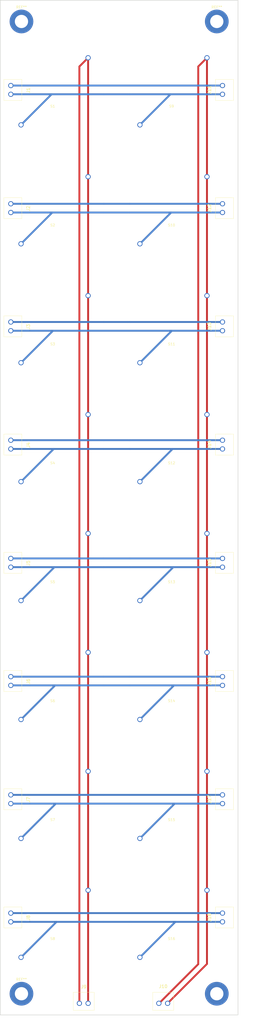
<source format=kicad_pcb>
(kicad_pcb (version 20211014) (generator pcbnew)
  (layers (0 "F.Cu" signal) (31 "B.Cu" signal) (34 "B.Paste" user) (35 "F.Paste" user) (36 "B.SilkS" user "B.Silkscreen") (37 "F.SilkS" user "F.Silkscreen") (38 "B.Mask" user) (39 "F.Mask" user) (44 "Edge.Cuts" user))
  (net 0 "")
  (net 1 "Net-(J1-Pad1)")
  (net 2 "Net-(J1-Pad2)")
  (net 3 "Net-(J12-Pad2)")
  (net 4 "Net-(J13-Pad2)")
  (net 5 "Net-(J14-Pad2)")
  (net 6 "Net-(J15-Pad2)")
  (net 7 "Net-(J16-Pad2)")
  (net 8 "Net-(J17-Pad1)")
  (net 9 "Net-(J17-Pad2)")
  (net 10 "Net-(J10-Pad1)")
  (net 11 "Net-(J18-Pad1)")
  (net 12 "Net-(J12-Pad1)")
  (net 13 "Net-(J13-Pad1)")
  (net 14 "Net-(J14-Pad1)")
  (net 15 "Net-(J15-Pad1)")
  (net 16 "Net-(J16-Pad1)")
  (net 17 "Net-(J18-Pad2)")
  (net 18 "Net-(J9-Pad1)")
  (footprint "OQ0212500000G:OQ0212500000G" (layer "F.Cu") (at 113.3244 248.680512 -90)
    (fp_text reference "J15" (at 1.7526 5.2324 -90) (layer "F.SilkS") (effects (font (size 1.27 1.27) (thickness 0.254))))
    (fp_text value "OQ0212500000G" hide)
    (fp_line (start -2.45 -4.4) (end 5.95 -4.4) (layer "F.SilkS") (width 0.1))
    (fp_line (start 5.95 2.8) (end -2.45 2.8) (layer "F.SilkS") (width 0.1))
    (fp_line (start 5.95 -4.4) (end 5.95 2.8) (layer "F.SilkS") (width 0.1))
    (fp_line (start -2.45 2.8) (end -2.45 -4.4) (layer "F.SilkS") (width 0.1))
    (pad "1" thru_hole circle (at 0 0 270) (size 2.1 2.1) (drill 1.4) (layers F&B.Cu *.Mask) (net 15 "Net-(J15-Pad1)"))
    (pad "2" thru_hole circle (at 3.5 0 270) (size 2.1 2.1) (drill 1.4) (layers F&B.Cu *.Mask) (net 6 "Net-(J15-Pad2)"))
  )
  (footprint "OQ0212500000G:OQ0212500000G" (layer "F.Cu") (at 28.5242 59.2836 -90)
    (fp_text reference "J1" (at 1.905 -7.0104 90) (layer "F.SilkS") (effects (font (size 1.27 1.27) (thickness 0.254))))
    (fp_text value "OQ0212500000G" hide)
    (fp_line (start -2.45 2.8) (end -2.45 -4.4) (layer "F.SilkS") (width 0.1))
    (fp_line (start -2.45 -4.4) (end 5.95 -4.4) (layer "F.SilkS") (width 0.1))
    (fp_line (start 5.95 2.8) (end -2.45 2.8) (layer "F.SilkS") (width 0.1))
    (fp_line (start 5.95 -4.4) (end 5.95 2.8) (layer "F.SilkS") (width 0.1))
    (pad "1" thru_hole circle (at 0 0 270) (size 2.1 2.1) (drill 1.4) (layers *.Cu *.Mask) (net 1 "Net-(J1-Pad1)"))
    (pad "2" thru_hole circle (at 3.5 0 270) (size 2.1 2.1) (drill 1.4) (layers *.Cu *.Mask) (net 2 "Net-(J1-Pad2)"))
  )
  (footprint "GP560_V03:GP560_V03" (layer "F.Cu") (at 32.61 170.2986)
    (fp_text reference "S3" (at 12.6746 -7.4676 unlocked) (layer "F.SilkS"))
    (fp_text value "GP560_V03")
    (pad "1" thru_hole circle (at 26.87 -26.87) (size 2.1 2.1) (drill 1.4) (layers *.Cu *.Mask) (net 18 "Net-(J9-Pad1)"))
    (pad "2" thru_hole circle (at 0 0) (size 2.1 2.1) (drill 1.4) (layers *.Cu *.Mask) (net 4 "Net-(J13-Pad2)"))
  )
  (footprint "GP560_V03:GP560_V03" (layer "F.Cu") (at 80.24 360.8186)
    (fp_text reference "S15" (at 12.6746 -7.4676 unlocked) (layer "F.SilkS"))
    (fp_text value "GP560_V03")
    (pad "1" thru_hole circle (at 26.87 -26.87) (size 2.1 2.1) (drill 1.4) (layers *.Cu *.Mask) (net 10 "Net-(J10-Pad1)"))
    (pad "2" thru_hole circle (at 0 0) (size 2.1 2.1) (drill 1.4) (layers *.Cu *.Mask) (net 9 "Net-(J17-Pad2)"))
  )
  (footprint "GP560_V03:GP560_V03" (layer "F.Cu") (at 80.24 122.6686)
    (fp_text reference "S10" (at 12.6746 -7.4676 unlocked) (layer "F.SilkS"))
    (fp_text value "GP560_V03")
    (pad "1" thru_hole circle (at 26.87 -26.87) (size 2.1 2.1) (drill 1.4) (layers *.Cu *.Mask) (net 10 "Net-(J10-Pad1)"))
    (pad "2" thru_hole circle (at 0 0) (size 2.1 2.1) (drill 1.4) (layers *.Cu *.Mask) (net 3 "Net-(J12-Pad2)"))
  )
  (footprint "MountingHole:MountingHole_5.3mm_M5_ISO7380_Pad" (layer "F.Cu") (at 111.0424 33.6206)
    (fp_text reference "REF**" (at 0 -5.75) (layer "F.SilkS"))
    (fp_text value "MountingHole_5.3mm_M5_ISO7380_Pad" hide)
    (pad "1" thru_hole circle (at 0 0) (size 9.5 9.5) (drill 5.3) (layers F&B.Cu *.Mask))
  )
  (footprint "GP560_V03:GP560_V03" (layer "F.Cu") (at 32.61 408.4486)
    (fp_text reference "S8" (at 12.6746 -7.4676 unlocked) (layer "F.SilkS"))
    (fp_text value "GP560_V03")
    (pad "1" thru_hole circle (at 26.87 -26.87) (size 2.1 2.1) (drill 1.4) (layers *.Cu *.Mask) (net 18 "Net-(J9-Pad1)"))
    (pad "2" thru_hole circle (at 0 0) (size 2.1 2.1) (drill 1.4) (layers *.Cu *.Mask) (net 17 "Net-(J18-Pad2)"))
  )
  (footprint "OQ0212500000G:OQ0212500000G" (layer "F.Cu") (at 113.3244 153.982056 -90)
    (fp_text reference "J13" (at 1.7526 5.2324 -90) (layer "F.SilkS") (effects (font (size 1.27 1.27) (thickness 0.254))))
    (fp_text value "OQ0212500000G" hide)
    (fp_line (start -2.45 -4.4) (end 5.95 -4.4) (layer "F.SilkS") (width 0.1))
    (fp_line (start 5.95 -4.4) (end 5.95 2.8) (layer "F.SilkS") (width 0.1))
    (fp_line (start 5.95 2.8) (end -2.45 2.8) (layer "F.SilkS") (width 0.1))
    (fp_line (start -2.45 2.8) (end -2.45 -4.4) (layer "F.SilkS") (width 0.1))
    (pad "1" thru_hole circle (at 0 0 270) (size 2.1 2.1) (drill 1.4) (layers F&B.Cu *.Mask) (net 13 "Net-(J13-Pad1)"))
    (pad "2" thru_hole circle (at 3.5 0 270) (size 2.1 2.1) (drill 1.4) (layers F&B.Cu *.Mask) (net 4 "Net-(J13-Pad2)"))
  )
  (footprint "" (layer "F.Cu") (at 111.0424 423.0206)
    (fp_text reference "" (at 0 0) (layer "F.SilkS") (effects (font (size 1.27 1.27))))
    (fp_text value "" (at 0 0) (layer "F.SilkS") (effects (font (size 1.27 1.27))))
    (pad "1" thru_hole circle (at 0 0) (size 9.5 9.5) (drill 5.3) (layers F&B.Cu *.Mask))
  )
  (footprint "OQ0212500000G:OQ0212500000G" (layer "F.Cu") (at 113.3244 390.7282 -90)
    (fp_text reference "J18" (at 1.7526 5.2324 -90) (layer "F.SilkS") (effects (font (size 1.27 1.27) (thickness 0.254))))
    (fp_text value "OQ0212500000G" hide)
    (fp_line (start 5.95 -4.4) (end 5.95 2.8) (layer "F.SilkS") (width 0.1))
    (fp_line (start 5.95 2.8) (end -2.45 2.8) (layer "F.SilkS") (width 0.1))
    (fp_line (start -2.45 2.8) (end -2.45 -4.4) (layer "F.SilkS") (width 0.1))
    (fp_line (start -2.45 -4.4) (end 5.95 -4.4) (layer "F.SilkS") (width 0.1))
    (pad "1" thru_hole circle (at 0 0 270) (size 2.1 2.1) (drill 1.4) (layers F&B.Cu *.Mask) (net 11 "Net-(J18-Pad1)"))
    (pad "2" thru_hole circle (at 3.5 0 270) (size 2.1 2.1) (drill 1.4) (layers F&B.Cu *.Mask) (net 17 "Net-(J18-Pad2)"))
  )
  (footprint "MountingHole:MountingHole_5.3mm_M5_ISO7380_Pad" (layer "F.Cu") (at 32.7824 33.6206)
    (fp_text reference "REF**" (at 0 -5.75) (layer "F.SilkS"))
    (fp_text value "MountingHole_5.3mm_M5_ISO7380_Pad" hide)
    (pad "1" thru_hole circle (at 0 0) (size 9.5 9.5) (drill 5.3) (layers F&B.Cu *.Mask))
  )
  (footprint "OQ0212500000G:OQ0212500000G" (layer "F.Cu") (at 113.3244 59.2836 -90)
    (fp_text reference "J11" (at 1.7526 5.2324 -90) (layer "F.SilkS") (effects (font (size 1.27 1.27) (thickness 0.254))))
    (fp_text value "OQ0212500000G" hide)
    (fp_line (start 5.95 -4.4) (end 5.95 2.8) (layer "F.SilkS") (width 0.1))
    (fp_line (start -2.45 -4.4) (end 5.95 -4.4) (layer "F.SilkS") (width 0.1))
    (fp_line (start 5.95 2.8) (end -2.45 2.8) (layer "F.SilkS") (width 0.1))
    (fp_line (start -2.45 2.8) (end -2.45 -4.4) (layer "F.SilkS") (width 0.1))
    (pad "1" thru_hole circle (at 0 0 270) (size 2.1 2.1) (drill 1.4) (layers F&B.Cu *.Mask) (net 1 "Net-(J1-Pad1)"))
    (pad "2" thru_hole circle (at 3.5 0 270) (size 2.1 2.1) (drill 1.4) (layers F&B.Cu *.Mask) (net 2 "Net-(J1-Pad2)"))
  )
  (footprint "GP560_V03:GP560_V03" (layer "F.Cu") (at 80.24 313.1886)
    (fp_text reference "S14" (at 12.6746 -7.4676 unlocked) (layer "F.SilkS"))
    (fp_text value "GP560_V03")
    (pad "1" thru_hole circle (at 26.87 -26.87) (size 2.1 2.1) (drill 1.4) (layers *.Cu *.Mask) (net 10 "Net-(J10-Pad1)"))
    (pad "2" thru_hole circle (at 0 0) (size 2.1 2.1) (drill 1.4) (layers *.Cu *.Mask) (net 7 "Net-(J16-Pad2)"))
  )
  (footprint "GP560_V03:GP560_V03" (layer "F.Cu") (at 32.61 122.6686)
    (fp_text reference "S2" (at 12.6746 -7.4676 unlocked) (layer "F.SilkS"))
    (fp_text value "GP560_V03")
    (pad "1" thru_hole circle (at 26.87 -26.87) (size 2.1 2.1) (drill 1.4) (layers *.Cu *.Mask) (net 18 "Net-(J9-Pad1)"))
    (pad "2" thru_hole circle (at 0 0) (size 2.1 2.1) (drill 1.4) (layers *.Cu *.Mask) (net 3 "Net-(J12-Pad2)"))
  )
  (footprint "OQ0212500000G:OQ0212500000G" (layer "F.Cu") (at 28.5242 248.680512 -90)
    (fp_text reference "J5" (at 1.905 -7.0104 90) (layer "F.SilkS") (effects (font (size 1.27 1.27) (thickness 0.254))))
    (fp_text value "OQ0212500000G" hide)
    (fp_line (start 5.95 2.8) (end -2.45 2.8) (layer "F.SilkS") (width 0.1))
    (fp_line (start -2.45 -4.4) (end 5.95 -4.4) (layer "F.SilkS") (width 0.1))
    (fp_line (start 5.95 -4.4) (end 5.95 2.8) (layer "F.SilkS") (width 0.1))
    (fp_line (start -2.45 2.8) (end -2.45 -4.4) (layer "F.SilkS") (width 0.1))
    (pad "1" thru_hole circle (at 0 0 270) (size 2.1 2.1) (drill 1.4) (layers *.Cu *.Mask) (net 15 "Net-(J15-Pad1)"))
    (pad "2" thru_hole circle (at 3.5 0 270) (size 2.1 2.1) (drill 1.4) (layers *.Cu *.Mask) (net 6 "Net-(J15-Pad2)"))
  )
  (footprint "OQ0212500000G:OQ0212500000G" (layer "F.Cu") (at 113.3244 343.378968 -90)
    (fp_text reference "J17" (at 1.7526 5.2324 -90) (layer "F.SilkS") (effects (font (size 1.27 1.27) (thickness 0.254))))
    (fp_text value "OQ0212500000G" hide)
    (fp_line (start 5.95 2.8) (end -2.45 2.8) (layer "F.SilkS") (width 0.1))
    (fp_line (start -2.45 -4.4) (end 5.95 -4.4) (layer "F.SilkS") (width 0.1))
    (fp_line (start -2.45 2.8) (end -2.45 -4.4) (layer "F.SilkS") (width 0.1))
    (fp_line (start 5.95 -4.4) (end 5.95 2.8) (layer "F.SilkS") (width 0.1))
    (pad "1" thru_hole circle (at 0 0 270) (size 2.1 2.1) (drill 1.4) (layers F&B.Cu *.Mask) (net 8 "Net-(J17-Pad1)"))
    (pad "2" thru_hole circle (at 3.5 0 270) (size 2.1 2.1) (drill 1.4) (layers F&B.Cu *.Mask) (net 9 "Net-(J17-Pad2)"))
  )
  (footprint "GP560_V03:GP560_V03" (layer "F.Cu") (at 32.61 265.5586)
    (fp_text reference "S5" (at 12.6746 -7.4676 unlocked) (layer "F.SilkS"))
    (fp_text value "GP560_V03")
    (pad "1" thru_hole circle (at 26.87 -26.87) (size 2.1 2.1) (drill 1.4) (layers *.Cu *.Mask) (net 18 "Net-(J9-Pad1)"))
    (pad "2" thru_hole circle (at 0 0) (size 2.1 2.1) (drill 1.4) (layers *.Cu *.Mask) (net 6 "Net-(J15-Pad2)"))
  )
  (footprint "MountingHole:MountingHole_5.3mm_M5_ISO7380_Pad" (layer "F.Cu") (at 32.7824 423.0206)
    (fp_text reference "REF**" (at 0 -5.75) (layer "F.SilkS"))
    (fp_text value "MountingHole_5.3mm_M5_ISO7380_Pad" hide)
    (pad "1" thru_hole circle (at 0 0) (size 9.5 9.5) (drill 5.3) (layers *.Cu *.Mask))
  )
  (footprint "OQ0212500000G:OQ0212500000G" (layer "F.Cu") (at 28.5242 390.7282 -90)
    (fp_text reference "J8" (at 1.905 -7.0104 90) (layer "F.SilkS") (effects (font (size 1.27 1.27) (thickness 0.254))))
    (fp_text value "OQ0212500000G" hide)
    (fp_line (start 5.95 -4.4) (end 5.95 2.8) (layer "F.SilkS") (width 0.1))
    (fp_line (start 5.95 2.8) (end -2.45 2.8) (layer "F.SilkS") (width 0.1))
    (fp_line (start -2.45 -4.4) (end 5.95 -4.4) (layer "F.SilkS") (width 0.1))
    (fp_line (start -2.45 2.8) (end -2.45 -4.4) (layer "F.SilkS") (width 0.1))
    (pad "1" thru_hole circle (at 0 0 270) (size 2.1 2.1) (drill 1.4) (layers *.Cu *.Mask) (net 11 "Net-(J18-Pad1)"))
    (pad "2" thru_hole circle (at 3.5 0 270) (size 2.1 2.1) (drill 1.4) (layers *.Cu *.Mask) (net 17 "Net-(J18-Pad2)"))
  )
  (footprint "GP560_V03:GP560_V03" (layer "F.Cu") (at 80.24 170.2986)
    (fp_text reference "S11" (at 12.6746 -7.4676 unlocked) (layer "F.SilkS"))
    (fp_text value "GP560_V03")
    (pad "1" thru_hole circle (at 26.87 -26.87) (size 2.1 2.1) (drill 1.4) (layers *.Cu *.Mask) (net 10 "Net-(J10-Pad1)"))
    (pad "2" thru_hole circle (at 0 0) (size 2.1 2.1) (drill 1.4) (layers *.Cu *.Mask) (net 4 "Net-(J13-Pad2)"))
  )
  (footprint "GP560_V03:GP560_V03" (layer "F.Cu") (at 32.61 217.9286)
    (fp_text reference "S4" (at 12.6746 -7.4676 unlocked) (layer "F.SilkS"))
    (fp_text value "GP560_V03")
    (pad "1" thru_hole circle (at 26.87 -26.87) (size 2.1 2.1) (drill 1.4) (layers *.Cu *.Mask) (net 18 "Net-(J9-Pad1)"))
    (pad "2" thru_hole circle (at 0 0) (size 2.1 2.1) (drill 1.4) (layers *.Cu *.Mask) (net 5 "Net-(J14-Pad2)"))
  )
  (footprint "OQ0212500000G:OQ0212500000G" (layer "F.Cu") (at 87.8356 426.8596)
    (fp_text reference "J10" (at 1.7526 -6.769) (layer "F.SilkS") (effects (font (size 1.27 1.27) (thickness 0.254))))
    (fp_text value "OQ0212500000G" hide)
    (fp_line (start -2.45 -4.4) (end 5.95 -4.4) (layer "F.SilkS") (width 0.1))
    (fp_line (start 5.95 -4.4) (end 5.95 2.8) (layer "F.SilkS") (width 0.1))
    (fp_line (start 5.95 2.8) (end -2.45 2.8) (layer "F.SilkS") (width 0.1))
    (fp_line (start -2.45 2.8) (end -2.45 -4.4) (layer "F.SilkS") (width 0.1))
    (pad "1" thru_hole circle (at 0 0) (size 2.1 2.1) (drill 1.4) (layers *.Cu *.Mask) (net 10 "Net-(J10-Pad1)"))
    (pad "2" thru_hole circle (at 3.5 0) (size 2.1 2.1) (drill 1.4) (layers *.Cu *.Mask) (net 10 "Net-(J10-Pad1)"))
  )
  (footprint "OQ0212500000G:OQ0212500000G" (layer "F.Cu") (at 28.5242 153.982056 -90)
    (fp_text reference "J3" (at 1.905 -7.0104 90) (layer "F.SilkS") (effects (font (size 1.27 1.27) (thickness 0.254))))
    (fp_text value "OQ0212500000G" hide)
    (fp_line (start 5.95 -4.4) (end 5.95 2.8) (layer "F.SilkS") (width 0.1))
    (fp_line (start -2.45 2.8) (end -2.45 -4.4) (layer "F.SilkS") (width 0.1))
    (fp_line (start 5.95 2.8) (end -2.45 2.8) (layer "F.SilkS") (width 0.1))
    (fp_line (start -2.45 -4.4) (end 5.95 -4.4) (layer "F.SilkS") (width 0.1))
    (pad "1" thru_hole circle (at 0 0 270) (size 2.1 2.1) (drill 1.4) (layers *.Cu *.Mask) (net 13 "Net-(J13-Pad1)"))
    (pad "2" thru_hole circle (at 3.5 0 270) (size 2.1 2.1) (drill 1.4) (layers *.Cu *.Mask) (net 4 "Net-(J13-Pad2)"))
  )
  (footprint "OQ0212500000G:OQ0212500000G" (layer "F.Cu") (at 28.5242 343.378968 -90)
    (fp_text reference "J7" (at 1.905 -7.0104 90) (layer "F.SilkS") (effects (font (size 1.27 1.27) (thickness 0.254))))
    (fp_text value "OQ0212500000G" hide)
    (fp_line (start -2.45 -4.4) (end 5.95 -4.4) (layer "F.SilkS") (width 0.1))
    (fp_line (start 5.95 2.8) (end -2.45 2.8) (layer "F.SilkS") (width 0.1))
    (fp_line (start -2.45 2.8) (end -2.45 -4.4) (layer "F.SilkS") (width 0.1))
    (fp_line (start 5.95 -4.4) (end 5.95 2.8) (layer "F.SilkS") (width 0.1))
    (pad "1" thru_hole circle (at 0 0 270) (size 2.1 2.1) (drill 1.4) (layers *.Cu *.Mask) (net 8 "Net-(J17-Pad1)"))
    (pad "2" thru_hole circle (at 3.5 0 270) (size 2.1 2.1) (drill 1.4) (layers *.Cu *.Mask) (net 9 "Net-(J17-Pad2)"))
  )
  (footprint "OQ0212500000G:OQ0212500000G" (layer "F.Cu") (at 113.3244 296.02974 -90)
    (fp_text reference "J16" (at 1.7526 5.2324 -90) (layer "F.SilkS") (effects (font (size 1.27 1.27) (thickness 0.254))))
    (fp_text value "OQ0212500000G" hide)
    (fp_line (start 5.95 -4.4) (end 5.95 2.8) (layer "F.SilkS") (width 0.1))
    (fp_line (start -2.45 2.8) (end -2.45 -4.4) (layer "F.SilkS") (width 0.1))
    (fp_line (start -2.45 -4.4) (end 5.95 -4.4) (layer "F.SilkS") (width 0.1))
    (fp_line (start 5.95 2.8) (end -2.45 2.8) (layer "F.SilkS") (width 0.1))
    (pad "1" thru_hole circle (at 0 0 270) (size 2.1 2.1) (drill 1.4) (layers F&B.Cu *.Mask) (net 16 "Net-(J16-Pad1)"))
    (pad "2" thru_hole circle (at 3.5 0 270) (size 2.1 2.1) (drill 1.4) (layers F&B.Cu *.Mask) (net 7 "Net-(J16-Pad2)"))
  )
  (footprint "OQ0212500000G:OQ0212500000G" (layer "F.Cu") (at 28.5242 106.632828 -90)
    (fp_text reference "J2" (at 1.905 -7.0104 90) (layer "F.SilkS") (effects (font (size 1.27 1.27) (thickness 0.254))))
    (fp_text value "OQ0212500000G" hide)
    (fp_line (start -2.45 -4.4) (end 5.95 -4.4) (layer "F.SilkS") (width 0.1))
    (fp_line (start 5.95 2.8) (end -2.45 2.8) (layer "F.SilkS") (width 0.1))
    (fp_line (start 5.95 -4.4) (end 5.95 2.8) (layer "F.SilkS") (width 0.1))
    (fp_line (start -2.45 2.8) (end -2.45 -4.4) (layer "F.SilkS") (width 0.1))
    (pad "1" thru_hole circle (at 0 0 270) (size 2.1 2.1) (drill 1.4) (layers *.Cu *.Mask) (net 12 "Net-(J12-Pad1)"))
    (pad "2" thru_hole circle (at 3.5 0 270) (size 2.1 2.1) (drill 1.4) (layers *.Cu *.Mask) (net 3 "Net-(J12-Pad2)"))
  )
  (footprint "GP560_V03:GP560_V03" (layer "F.Cu") (at 32.61 313.1886)
    (fp_text reference "S6" (at 12.6746 -7.4676 unlocked) (layer "F.SilkS"))
    (fp_text value "GP560_V03")
    (pad "1" thru_hole circle (at 26.87 -26.87) (size 2.1 2.1) (drill 1.4) (layers *.Cu *.Mask) (net 18 "Net-(J9-Pad1)"))
    (pad "2" thru_hole circle (at 0 0) (size 2.1 2.1) (drill 1.4) (layers *.Cu *.Mask) (net 7 "Net-(J16-Pad2)"))
  )
  (footprint "GP560_V03:GP560_V03" (layer "F.Cu") (at 32.61 75.0386)
    (fp_text reference "S1" (at 12.6746 -7.4676 unlocked) (layer "F.SilkS"))
    (fp_text value "GP560_V03")
    (pad "1" thru_hole circle (at 26.87 -26.87) (size 2.1 2.1) (drill 1.4) (layers *.Cu *.Mask) (net 18 "Net-(J9-Pad1)"))
    (pad "2" thru_hole circle (at 0 0) (size 2.1 2.1) (drill 1.4) (layers *.Cu *.Mask) (net 2 "Net-(J1-Pad2)"))
  )
  (footprint "GP560_V03:GP560_V03" (layer "F.Cu") (at 80.24 75.0386)
    (fp_text reference "S9" (at 12.6746 -7.4676 unlocked) (layer "F.SilkS"))
    (fp_text value "GP560_V03")
    (pad "1" thru_hole circle (at 26.87 -26.87) (size 2.1 2.1) (drill 1.4) (layers *.Cu *.Mask) (net 10 "Net-(J10-Pad1)"))
    (pad "2" thru_hole circle (at 0 0) (size 2.1 2.1) (drill 1.4) (layers *.Cu *.Mask) (net 2 "Net-(J1-Pad2)"))
  )
  (footprint "OQ0212500000G:OQ0212500000G" (layer "F.Cu") (at 28.5242 296.02974 -90)
    (fp_text reference "J6" (at 1.905 -7.0104 90) (layer "F.SilkS") (effects (font (size 1.27 1.27) (thickness 0.254))))
    (fp_text value "OQ0212500000G" hide)
    (fp_line (start 5.95 2.8) (end -2.45 2.8) (layer "F.SilkS") (width 0.1))
    (fp_line (start -2.45 -4.4) (end 5.95 -4.4) (layer "F.SilkS") (width 0.1))
    (fp_line (start 5.95 -4.4) (end 5.95 2.8) (layer "F.SilkS") (width 0.1))
    (fp_line (start -2.45 2.8) (end -2.45 -4.4) (layer "F.SilkS") (width 0.1))
    (pad "1" thru_hole circle (at 0 0 270) (size 2.1 2.1) (drill 1.4) (layers *.Cu *.Mask) (net 16 "Net-(J16-Pad1)"))
    (pad "2" thru_hole circle (at 3.5 0 270) (size 2.1 2.1) (drill 1.4) (layers *.Cu *.Mask) (net 7 "Net-(J16-Pad2)"))
  )
  (footprint "GP560_V03:GP560_V03" (layer "F.Cu") (at 32.61 360.8186)
    (fp_text reference "S7" (at 12.6746 -7.4676 unlocked) (layer "F.SilkS"))
    (fp_text value "GP560_V03")
    (pad "1" thru_hole circle (at 26.87 -26.87) (size 2.1 2.1) (drill 1.4) (layers *.Cu *.Mask) (net 18 "Net-(J9-Pad1)"))
    (pad "2" thru_hole circle (at 0 0) (size 2.1 2.1) (drill 1.4) (layers *.Cu *.Mask) (net 9 "Net-(J17-Pad2)"))
  )
  (footprint "OQ0212500000G:OQ0212500000G" (layer "F.Cu") (at 55.9892 426.8596)
    (fp_text reference "J9" (at 1.75 -6.5912) (layer "F.SilkS") (effects (font (size 1.27 1.27) (thickness 0.254))))
    (fp_text value "OQ0212500000G" hide)
    (fp_line (start -2.45 -4.4) (end 5.95 -4.4) (layer "F.SilkS") (width 0.1))
    (fp_line (start -2.45 2.8) (end -2.45 -4.4) (layer "F.SilkS") (width 0.1))
    (fp_line (start 5.95 -4.4) (end 5.95 2.8) (layer "F.SilkS") (width 0.1))
    (fp_line (start 5.95 2.8) (end -2.45 2.8) (layer "F.SilkS") (width 0.1))
    (pad "1" thru_hole circle (at 0 0) (size 2.1 2.1) (drill 1.4) (layers *.Cu *.Mask) (net 18 "Net-(J9-Pad1)"))
    (pad "2" thru_hole circle (at 3.5 0) (size 2.1 2.1) (drill 1.4) (layers *.Cu *.Mask) (net 18 "Net-(J9-Pad1)"))
  )
  (footprint "OQ0212500000G:OQ0212500000G" (layer "F.Cu") (at 113.3244 106.632828 -90)
    (fp_text reference "J12" (at 1.7526 5.2324 -90) (layer "F.SilkS") (effects (font (size 1.27 1.27) (thickness 0.254))))
    (fp_text value "OQ0212500000G" hide)
    (fp_line (start 5.95 2.8) (end -2.45 2.8) (layer "F.SilkS") (width 0.1))
    (fp_line (start -2.45 -4.4) (end 5.95 -4.4) (layer "F.SilkS") (width 0.1))
    (fp_line (start -2.45 2.8) (end -2.45 -4.4) (layer "F.SilkS") (width 0.1))
    (fp_line (start 5.95 -4.4) (end 5.95 2.8) (layer "F.SilkS") (width 0.1))
    (pad "1" thru_hole circle (at 0 0 270) (size 2.1 2.1) (drill 1.4) (layers F&B.Cu *.Mask) (net 12 "Net-(J12-Pad1)"))
    (pad "2" thru_hole circle (at 3.5 0 270) (size 2.1 2.1) (drill 1.4) (layers F&B.Cu *.Mask) (net 3 "Net-(J12-Pad2)"))
  )
  (footprint "OQ0212500000G:OQ0212500000G" (layer "F.Cu") (at 113.3244 201.331284 -90)
    (fp_text reference "J14" (at 1.7526 5.2324 -90) (layer "F.SilkS") (effects (font (size 1.27 1.27) (thickness 0.254))))
    (fp_text value "OQ0212500000G" hide)
    (fp_line (start -2.45 2.8) (end -2.45 -4.4) (layer "F.SilkS") (width 0.1))
    (fp_line (start 5.95 -4.4) (end 5.95 2.8) (layer "F.SilkS") (width 0.1))
    (fp_line (start -2.45 -4.4) (end 5.95 -4.4) (layer "F.SilkS") (width 0.1))
    (fp_line (start 5.95 2.8) (end -2.45 2.8) (layer "F.SilkS") (width 0.1))
    (pad "1" thru_hole circle (at 0 0 270) (size 2.1 2.1) (drill 1.4) (layers F&B.Cu *.Mask) (net 14 "Net-(J14-Pad1)"))
    (pad "2" thru_hole circle (at 3.5 0 270) (size 2.1 2.1) (drill 1.4) (layers F&B.Cu *.Mask) (net 5 "Net-(J14-Pad2)"))
  )
  (footprint "GP560_V03:GP560_V03" (layer "F.Cu") (at 80.24 265.5586)
    (fp_text reference "S13" (at 12.6746 -7.4676 unlocked) (layer "F.SilkS"))
    (fp_text value "GP560_V03")
    (pad "1" thru_hole circle (at 26.87 -26.87) (size 2.1 2.1) (drill 1.4) (layers *.Cu *.Mask) (net 10 "Net-(J10-Pad1)"))
    (pad "2" thru_hole circle (at 0 0) (size 2.1 2.1) (drill 1.4) (layers *.Cu *.Mask) (net 6 "Net-(J15-Pad2)"))
  )
  (footprint "GP560_V03:GP560_V03" (layer "F.Cu") (at 80.24 408.4486)
    (fp_text reference "S16" (at 12.6746 -7.4676 unlocked) (layer "F.SilkS"))
    (fp_text value "GP560_V03")
    (pad "1" thru_hole circle (at 26.87 -26.87) (size 2.1 2.1) (drill 1.4) (layers *.Cu *.Mask) (net 10 "Net-(J10-Pad1)"))
    (pad "2" thru_hole circle (at 0 0) (size 2.1 2.1) (drill 1.4) (layers *.Cu *.Mask) (net 17 "Net-(J18-Pad2)"))
  )
  (footprint "OQ0212500000G:OQ0212500000G" (layer "F.Cu") (at 28.5242 201.331284 -90)
    (fp_text reference "J4" (at 1.905 -7.0104 90) (layer "F.SilkS") (effects (font (size 1.27 1.27) (thickness 0.254))))
    (fp_text value "OQ0212500000G" hide)
    (fp_line (start 5.95 2.8) (end -2.45 2.8) (layer "F.SilkS") (width 0.1))
    (fp_line (start -2.45 2.8) (end -2.45 -4.4) (layer "F.SilkS") (width 0.1))
    (fp_line (start 5.95 -4.4) (end 5.95 2.8) (layer "F.SilkS") (width 0.1))
    (fp_line (start -2.45 -4.4) (end 5.95 -4.4) (layer "F.SilkS") (width 0.1))
    (pad "1" thru_hole circle (at 0 0 270) (size 2.1 2.1) (drill 1.4) (layers *.Cu *.Mask) (net 14 "Net-(J14-Pad1)"))
    (pad "2" thru_hole circle (at 3.5 0 270) (size 2.1 2.1) (drill 1.4) (layers *.Cu *.Mask) (net 5 "Net-(J14-Pad2)"))
  )
  (footprint "GP560_V03:GP560_V03" (layer "F.Cu") (at 80.24 217.9286)
    (fp_text reference "S12" (at 12.6746 -7.4676 unlocked) (layer "F.SilkS"))
    (fp_text value "GP560_V03")
    (pad "1" thru_hole circle (at 26.87 -26.87) (size 2.1 2.1) (drill 1.4) (layers *.Cu *.Mask) (net 10 "Net-(J10-Pad1)"))
    (pad "2" thru_hole circle (at 0 0) (size 2.1 2.1) (drill 1.4) (layers *.Cu *.Mask) (net 5 "Net-(J14-Pad2)"))
  )
  (gr_rect (start 24.2824 431.5206) (end 119.5424 25.1206) (layer "Edge.Cuts") (width 0.2) (fill none))
  (segment (start 65.6944 59.2836) (end 28.5242 59.2836) (width 0.762) (layer "B.Cu") (net 1))
  (segment (start 113.3244 59.2836) (end 76.1542 59.2836) (width 0.762) (layer "B.Cu") (net 1))
  (segment (start 65.6944 59.2836) (end 76.1542 59.2836) (width 0.762) (layer "B.Cu") (net 1))
  (segment (start 44.865 62.7836) (end 44.9378 62.7836) (width 0.762) (layer "B.Cu") (net 2))
  (segment (start 80.24 75.0386) (end 92.495 62.7836) (width 0.762) (layer "B.Cu") (net 2))
  (segment (start 44.9378 62.7836) (end 65.6944 62.7836) (width 0.762) (layer "B.Cu") (net 2))
  (segment (start 92.5678 62.7836) (end 113.3244 62.7836) (width 0.762) (layer "B.Cu") (net 2))
  (segment (start 28.5242 62.7836) (end 44.9378 62.7836) (width 0.762) (layer "B.Cu") (net 2))
  (segment (start 32.61 75.0386) (end 44.865 62.7836) (width 0.762) (layer "B.Cu") (net 2))
  (segment (start 76.1542 62.7836) (end 65.6944 62.7836) (width 0.762) (layer "B.Cu") (net 2))
  (segment (start 76.1542 62.7836) (end 92.5678 62.7836) (width 0.762) (layer "B.Cu") (net 2))
  (segment (start 92.495 62.7836) (end 92.5678 62.7836) (width 0.762) (layer "B.Cu") (net 2))
  (segment (start 92.775772 110.132828) (end 92.843572 110.132828) (width 0.762) (layer "B.Cu") (net 3))
  (segment (start 113.3244 110.132828) (end 92.843572 110.132828) (width 0.762) (layer "B.Cu") (net 3))
  (segment (start 65.6944 110.132828) (end 45.213572 110.132828) (width 0.762) (layer "B.Cu") (net 3))
  (segment (start 45.213572 110.132828) (end 28.5242 110.132828) (width 0.762) (layer "B.Cu") (net 3))
  (segment (start 76.1542 110.132828) (end 65.6944 110.132828) (width 0.762) (layer "B.Cu") (net 3))
  (segment (start 32.61 122.6686) (end 45.145772 110.132828) (width 0.762) (layer "B.Cu") (net 3))
  (segment (start 45.145772 110.132828) (end 45.213572 110.132828) (width 0.762) (layer "B.Cu") (net 3))
  (segment (start 80.24 122.6686) (end 92.775772 110.132828) (width 0.762) (layer "B.Cu") (net 3))
  (segment (start 92.843572 110.132828) (end 76.1542 110.132828) (width 0.762) (layer "B.Cu") (net 3))
  (segment (start 65.6944 157.482056) (end 45.489344 157.482056) (width 0.762) (layer "B.Cu") (net 4))
  (segment (start 113.3244 157.482056) (end 93.119344 157.482056) (width 0.762) (layer "B.Cu") (net 4))
  (segment (start 93.056544 157.482056) (end 93.119344 157.482056) (width 0.762) (layer "B.Cu") (net 4))
  (segment (start 45.489344 157.482056) (end 28.5242 157.482056) (width 0.762) (layer "B.Cu") (net 4))
  (segment (start 80.24 170.2986) (end 93.056544 157.482056) (width 0.762) (layer "B.Cu") (net 4))
  (segment (start 93.119344 157.482056) (end 76.1542 157.482056) (width 0.762) (layer "B.Cu") (net 4))
  (segment (start 32.61 170.2986) (end 45.426544 157.482056) (width 0.762) (layer "B.Cu") (net 4))
  (segment (start 65.6944 157.482056) (end 76.1542 157.482056) (width 0.762) (layer "B.Cu") (net 4))
  (segment (start 45.426544 157.482056) (end 45.489344 157.482056) (width 0.762) (layer "B.Cu") (net 4))
  (segment (start 113.3244 204.831284) (end 93.254084 204.831284) (width 0.762) (layer "B.Cu") (net 5))
  (segment (start 32.61 217.9286) (end 45.624084 204.914516) (width 0.762) (layer "B.Cu") (net 5))
  (segment (start 80.24 217.9286) (end 93.254084 204.914516) (width 0.762) (layer "B.Cu") (net 5))
  (segment (start 65.6944 204.831284) (end 45.624084 204.831284) (width 0.762) (layer "B.Cu") (net 5))
  (segment (start 45.624084 204.831284) (end 28.5242 204.831284) (width 0.762) (layer "B.Cu") (net 5))
  (segment (start 45.624084 204.914516) (end 45.624084 204.831284) (width 0.762) (layer "B.Cu") (net 5))
  (segment (start 93.254084 204.914516) (end 93.254084 204.831284) (width 0.762) (layer "B.Cu") (net 5))
  (segment (start 93.254084 204.831284) (end 76.1542 204.831284) (width 0.762) (layer "B.Cu") (net 5))
  (segment (start 76.1542 204.831284) (end 65.6944 204.831284) (width 0.762) (layer "B.Cu") (net 5))
  (segment (start 93.620088 252.180512) (end 76.1542 252.180512) (width 0.762) (layer "B.Cu") (net 6))
  (segment (start 45.988088 252.180512) (end 45.990088 252.180512) (width 0.762) (layer "B.Cu") (net 6))
  (segment (start 80.24 265.5586) (end 93.618088 252.180512) (width 0.762) (layer "B.Cu") (net 6))
  (segment (start 45.990088 252.180512) (end 28.5242 252.180512) (width 0.762) (layer "B.Cu") (net 6))
  (segment (start 113.3244 252.180512) (end 93.620088 252.180512) (width 0.762) (layer "B.Cu") (net 6))
  (segment (start 65.6944 252.180512) (end 45.990088 252.180512) (width 0.762) (layer "B.Cu") (net 6))
  (segment (start 76.1542 252.180512) (end 65.6944 252.180512) (width 0.762) (layer "B.Cu") (net 6))
  (segment (start 93.618088 252.180512) (end 93.620088 252.180512) (width 0.762) (layer "B.Cu") (net 6))
  (segment (start 32.61 265.5586) (end 45.988088 252.180512) (width 0.762) (layer "B.Cu") (net 6))
  (segment (start 93.89886 299.52974) (end 94.04874 299.52974) (width 0.762) (layer "B.Cu") (net 7))
  (segment (start 46.26886 299.52974) (end 46.41874 299.52974) (width 0.762) (layer "B.Cu") (net 7))
  (segment (start 32.61 313.1886) (end 46.26886 299.52974) (width 0.762) (layer "B.Cu") (net 7))
  (segment (start 113.3244 299.52974) (end 94.04874 299.52974) (width 0.762) (layer "B.Cu") (net 7))
  (segment (start 65.6944 299.52974) (end 46.41874 299.52974) (width 0.762) (layer "B.Cu") (net 7))
  (segment (start 76.1542 299.52974) (end 65.6944 299.52974) (width 0.762) (layer "B.Cu") (net 7))
  (segment (start 94.04874 299.52974) (end 76.1542 299.52974) (width 0.762) (layer "B.Cu") (net 7))
  (segment (start 46.41874 299.52974) (end 28.5242 299.52974) (width 0.762) (layer "B.Cu") (net 7))
  (segment (start 80.24 313.1886) (end 93.89886 299.52974) (width 0.762) (layer "B.Cu") (net 7))
  (segment (start 65.6944 343.378968) (end 76.1542 343.378968) (width 0.762) (layer "B.Cu") (net 8))
  (segment (start 28.5242 343.378968) (end 65.6944 343.378968) (width 0.762) (layer "B.Cu") (net 8))
  (segment (start 76.1542 343.378968) (end 113.3244 343.378968) (width 0.762) (layer "B.Cu") (net 8))
  (segment (start 32.61 360.8186) (end 46.516232 346.912368) (width 0.762) (layer "B.Cu") (net 9))
  (segment (start 94.146232 346.878968) (end 76.1542 346.878968) (width 0.762) (layer "B.Cu") (net 9))
  (segment (start 94.146232 346.912368) (end 94.146232 346.878968) (width 0.762) (layer "B.Cu") (net 9))
  (segment (start 46.516232 346.878968) (end 28.5242 346.878968) (width 0.762) (layer "B.Cu") (net 9))
  (segment (start 80.24 360.8186) (end 94.146232 346.912368) (width 0.762) (layer "B.Cu") (net 9))
  (segment (start 76.1542 346.878968) (end 65.6944 346.878968) (width 0.762) (layer "B.Cu") (net 9))
  (segment (start 113.3244 346.878968) (end 94.146232 346.878968) (width 0.762) (layer "B.Cu") (net 9))
  (segment (start 65.6944 346.878968) (end 46.516232 346.878968) (width 0.762) (layer "B.Cu") (net 9))
  (segment (start 46.516232 346.912368) (end 46.516232 346.878968) (width 0.762) (layer "B.Cu") (net 9))
  (segment (start 107.11 411.0852) (end 107.11 48.1686) (width 0.762) (layer "F.Cu") (net 10))
  (segment (start 87.8356 426.8596) (end 87.9222 426.8596) (width 0.762) (layer "F.Cu") (net 10))
  (segment (start 91.3356 426.8596) (end 107.11 411.0852) (width 0.762) (layer "F.Cu") (net 10))
  (segment (start 103.6192 411.1626) (end 103.6192 51.6594) (width 0.762) (layer "F.Cu") (net 10))
  (segment (start 103.6192 51.6594) (end 107.11 48.1686) (width 0.762) (layer "F.Cu") (net 10))
  (segment (start 87.9222 426.8596) (end 103.6192 411.1626) (width 0.762) (layer "F.Cu") (net 10))
  (segment (start 76.1542 390.7282) (end 113.3244 390.7282) (width 0.762) (layer "B.Cu") (net 11))
  (segment (start 65.6944 390.7282) (end 76.1542 390.7282) (width 0.762) (layer "B.Cu") (net 11))
  (segment (start 28.5242 390.7282) (end 65.6944 390.7282) (width 0.762) (layer "B.Cu") (net 11))
  (segment (start 76.1542 106.632828) (end 113.3244 106.632828) (width 0.762) (layer "B.Cu") (net 12))
  (segment (start 28.5242 106.632828) (end 65.6944 106.632828) (width 0.762) (layer "B.Cu") (net 12))
  (segment (start 65.6944 106.632828) (end 76.1542 106.632828) (width 0.762) (layer "B.Cu") (net 12))
  (segment (start 76.1542 153.982056) (end 65.6944 153.982056) (width 0.762) (layer "B.Cu") (net 13))
  (segment (start 76.1542 153.982056) (end 113.3244 153.982056) (width 0.762) (layer "B.Cu") (net 13))
  (segment (start 28.5242 153.982056) (end 65.6944 153.982056) (width 0.762) (layer "B.Cu") (net 13))
  (segment (start 65.6944 201.331284) (end 76.1542 201.331284) (width 0.762) (layer "B.Cu") (net 14))
  (segment (start 28.5242 201.331284) (end 65.6944 201.331284) (width 0.762) (layer "B.Cu") (net 14))
  (segment (start 76.1542 201.331284) (end 113.3244 201.331284) (width 0.762) (layer "B.Cu") (net 14))
  (segment (start 65.6944 248.680512) (end 76.1542 248.680512) (width 0.762) (layer "B.Cu") (net 15))
  (segment (start 28.5242 248.680512) (end 65.6944 248.680512) (width 0.762) (layer "B.Cu") (net 15))
  (segment (start 76.1542 248.680512) (end 113.3244 248.680512) (width 0.762) (layer "B.Cu") (net 15))
  (segment (start 28.5242 296.02974) (end 65.6944 296.02974) (width 0.762) (layer "B.Cu") (net 16))
  (segment (start 65.6944 296.02974) (end 76.1542 296.02974) (width 0.762) (layer "B.Cu") (net 16))
  (segment (start 76.1542 296.02974) (end 113.3244 296.02974) (width 0.762) (layer "B.Cu") (net 16))
  (segment (start 76.1542 394.2282) (end 65.6944 394.2282) (width 0.762) (layer "B.Cu") (net 17))
  (segment (start 32.61 408.4486) (end 46.7308 394.3278) (width 0.762) (layer "B.Cu") (net 17))
  (segment (start 46.7308 394.3278) (end 46.7308 394.2282) (width 0.762) (layer "B.Cu") (net 17))
  (segment (start 113.3244 394.2282) (end 94.3608 394.2282) (width 0.762) (layer "B.Cu") (net 17))
  (segment (start 94.3608 394.2282) (end 76.1542 394.2282) (width 0.762) (layer "B.Cu") (net 17))
  (segment (start 46.7308 394.2282) (end 28.5242 394.2282) (width 0.762) (layer "B.Cu") (net 17))
  (segment (start 65.6944 394.2282) (end 46.7308 394.2282) (width 0.762) (layer "B.Cu") (net 17))
  (segment (start 80.24 408.4486) (end 94.3608 394.3278) (width 0.762) (layer "B.Cu") (net 17))
  (segment (start 94.3608 394.3278) (end 94.3608 394.2282) (width 0.762) (layer "B.Cu") (net 17))
  (segment (start 59.4892 48.1778) (end 59.48 48.1686) (width 0.762) (layer "F.Cu") (net 18))
  (segment (start 55.9892 51.6594) (end 59.48 48.1686) (width 0.762) (layer "F.Cu") (net 18))
  (segment (start 59.4892 426.8596) (end 59.4892 48.1778) (width 0.762) (layer "F.Cu") (net 18))
  (segment (start 55.9892 426.8596) (end 55.9892 51.6594) (width 0.762) (layer "F.Cu") (net 18))
)
</source>
